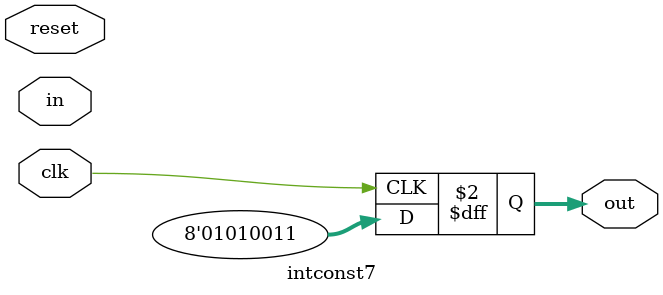
<source format=v>
module intconst7
  (input wire       reset,
   input wire       clk,
   input wire [7:0] in,
   output reg [7:0] out);

   always @(posedge clk) out <= 8'sO 123;

endmodule

</source>
